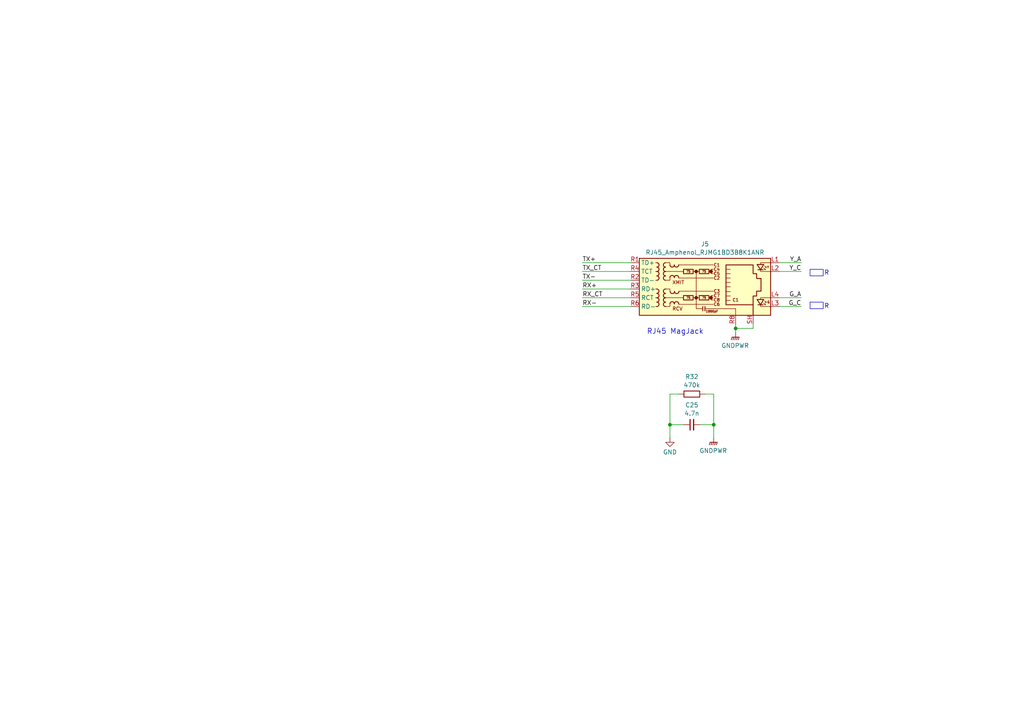
<source format=kicad_sch>
(kicad_sch (version 20231120) (generator "eeschema") (generator_version "8.0")
  (paper "A4")
  (lib_symbols
    (symbol "Connector:RJ45_Amphenol_RJMG1BD3B8K1ANR"
      (property "Reference" "J" (at 18.415 10.16 0))
      (property "Value" "RJ45_Amphenol_RJMG1BD3B8K1ANR" (at -19.05 10.16 0))
      (symbol "RJ45_Amphenol_RJMG1BD3B8K1ANR_0_0"
        (circle (center -1.27 -2.54) (radius 0.0001) (stroke (width 0.508)))
        (circle (center -1.27 5.08) (radius 0.0001) (stroke (width 0.508)))
        (polyline (pts (xy -1.27 5.08) (xy -1.27 -5.715)))
        (polyline (pts (xy 0.635 -5.08) (xy 0.635 -6.35)) (stroke (width 0.254)))
        (polyline (pts (xy 1.27 -5.08) (xy 1.27 -6.35)) (stroke (width 0.254)))
        (polyline (pts (xy 3.048 -2.54) (xy 2.54 -2.54)))
        (polyline (pts (xy 3.048 5.08) (xy 2.54 5.08)))
        (polyline (pts (xy 17.399 -3.048) (xy 17.399 -2.54) (xy 20.32 -2.54)))
        (polyline (pts (xy 17.399 7.112) (xy 17.399 7.62) (xy 20.32 7.62)))
        (polyline (pts (xy 20.32 -5.08) (xy 17.399 -5.08) (xy 17.399 -4.572)))
        (polyline (pts (xy 20.32 5.08) (xy 17.399 5.08) (xy 17.399 5.588)))
        (polyline (pts (xy 3.683 -1.905) (xy 3.048 -1.905) (xy 3.048 -3.175) (xy 3.683 -3.175)))
        (polyline (pts (xy 3.683 5.715) (xy 3.048 5.715) (xy 3.048 4.445) (xy 3.683 4.445)))
        (circle (center 3.048 -2.54) (radius 0.0001) (stroke (width 0.508)))
        (circle (center 3.048 5.08) (radius 0.0001) (stroke (width 0.508)))
        (text "C1" (at 4.699 6.985 0) (effects (font (size 0.889 0.889))))
        (text "C1" (at 10.16 -3.175 0) (effects (font (size 0.889 0.889))))
        (text "C2" (at 4.699 3.175 0) (effects (font (size 0.889 0.889))))
        (text "C3" (at 4.699 -0.635 0) (effects (font (size 0.889 0.889))))
        (text "C4" (at 4.699 5.715 0) (effects (font (size 0.889 0.889))))
        (text "C5" (at 4.699 4.445 0) (effects (font (size 0.889 0.889))))
        (text "C6" (at 4.699 -4.445 0) (effects (font (size 0.889 0.889))))
        (text "C7" (at 4.699 -1.905 0) (effects (font (size 0.889 0.889))))
        (text "C8" (at 4.699 -3.175 0) (effects (font (size 0.889 0.889))))
        (text "RCV" (at -8.255 -5.715 0) (effects (font (size 1.016 1.016)) (justify left)))
        (text "XMIT" (at -8.255 1.905 0) (effects (font (size 1.016 1.016)) (justify left)))
      )
      (symbol "RJ45_Amphenol_RJMG1BD3B8K1ANR_0_1"
        (rectangle (start -17.78 8.89) (end 20.32 -7.62) (stroke (width 0.254)) (fill (type background)))
        (polyline (pts (xy -12.7 -5.08) (xy -13.081 -5.08)))
        (polyline (pts (xy -12.7 -2.54) (xy -13.081 -2.54)))
        (polyline (pts (xy -12.7 0) (xy -13.081 0)))
        (polyline (pts (xy -12.7 2.54) (xy -13.081 2.54)))
        (polyline (pts (xy -12.7 5.08) (xy -13.081 5.08)))
        (polyline (pts (xy -12.7 7.62) (xy -13.081 7.62)))
        (polyline (pts (xy -6.35 -4.445) (xy 3.683 -4.445)))
        (polyline (pts (xy -6.35 3.175) (xy 3.683 3.175)))
        (polyline (pts (xy -6.35 6.985) (xy 3.683 6.985)))
        (polyline (pts (xy -6.223 -0.635) (xy 3.683 -0.635)))
        (polyline (pts (xy -5.08 -2.54) (xy -10.16 -2.54)))
        (polyline (pts (xy -4.953 5.08) (xy -10.16 5.08)))
        (polyline (pts (xy -2.159 -2.54) (xy -0.381 -2.54)))
        (polyline (pts (xy -2.159 5.08) (xy -0.381 5.08)))
        (polyline (pts (xy 0.635 -5.715) (xy -1.27 -5.715)))
        (polyline (pts (xy 7.366 -2.032) (xy 8.636 -2.032)))
        (polyline (pts (xy 7.366 -0.762) (xy 8.636 -0.762)))
        (polyline (pts (xy 7.366 0.635) (xy 8.636 0.635)))
        (polyline (pts (xy 7.366 1.905) (xy 8.636 1.905)))
        (polyline (pts (xy 7.366 3.175) (xy 8.636 3.175)))
        (polyline (pts (xy 8.636 -3.302) (xy 7.366 -3.302)))
        (polyline (pts (xy 8.636 4.445) (xy 7.366 4.445)))
        (polyline (pts (xy 8.636 5.715) (xy 7.366 5.715)))
        (polyline (pts (xy 10.16 -5.715) (xy 1.27 -5.715)))
        (polyline (pts (xy 10.16 -5.715) (xy 10.16 -7.62)))
        (polyline (pts (xy -10.16 0) (xy -8.89 0) (xy -8.89 -0.635)))
        (polyline (pts (xy -10.16 7.62) (xy -8.89 7.62) (xy -8.89 6.985)))
        (polyline (pts (xy -8.89 -4.445) (xy -8.89 -5.08) (xy -10.16 -5.08)))
        (polyline (pts (xy -8.89 3.175) (xy -8.89 2.54) (xy -10.16 2.54)))
      )
      (symbol "RJ45_Amphenol_RJMG1BD3B8K1ANR_1_0"
        (text "1000pF" (at 3.302 -6.477 0) (effects (font (size 0.635 0.635))))
      )
      (symbol "RJ45_Amphenol_RJMG1BD3B8K1ANR_1_1"
        (arc (start -12.7 -1.27) (mid -12.0677 -0.635) (end -12.7 0) (stroke (width 0.254)))
        (arc (start -12.6973 -5.08) (mid -12.065 -4.445) (end -12.6973 -3.81) (stroke (width 0.254)))
        (arc (start -12.6973 -3.81) (mid -12.065 -3.175) (end -12.6973 -2.54) (stroke (width 0.254)))
        (arc (start -12.6973 -2.54) (mid -12.065 -1.905) (end -12.6973 -1.27) (stroke (width 0.254)))
        (arc (start -12.6973 6.35) (mid -12.065 6.985) (end -12.6973 7.62) (stroke (width 0.254)))
        (arc (start -12.6946 2.54) (mid -12.0623 3.175) (end -12.6946 3.81) (stroke (width 0.254)))
        (arc (start -12.6946 3.81) (mid -12.0623 4.445) (end -12.6946 5.08) (stroke (width 0.254)))
        (arc (start -12.6946 5.08) (mid -12.0623 5.715) (end -12.6946 6.35) (stroke (width 0.254)))
        (arc (start -10.1654 -2.54) (mid -10.7977 -3.175) (end -10.1654 -3.81) (stroke (width 0.254)))
        (arc (start -10.1654 -1.27) (mid -10.7977 -1.905) (end -10.1654 -2.54) (stroke (width 0.254)))
        (arc (start -10.1654 0) (mid -10.7977 -0.635) (end -10.1654 -1.27) (stroke (width 0.254)))
        (arc (start -10.1654 5.08) (mid -10.7977 4.445) (end -10.1654 3.81) (stroke (width 0.254)))
        (arc (start -10.1654 6.35) (mid -10.7977 5.715) (end -10.1654 5.08) (stroke (width 0.254)))
        (arc (start -10.1654 7.62) (mid -10.7977 6.985) (end -10.1654 6.35) (stroke (width 0.254)))
        (arc (start -10.1627 -3.81) (mid -10.795 -4.445) (end -10.1627 -5.08) (stroke (width 0.254)))
        (arc (start -10.1627 3.81) (mid -10.795 3.175) (end -10.1627 2.54) (stroke (width 0.254)))
        (arc (start -8.89 6.9823) (mid -8.255 6.35) (end -7.62 6.9823) (stroke (width 0.254)))
        (arc (start -8.8265 -0.7012) (mid -8.1915 -1.3335) (end -7.5565 -0.7012) (stroke (width 0.254)))
        (arc (start -7.62 -4.3153) (mid -8.255 -3.683) (end -8.89 -4.3153) (stroke (width 0.254)))
        (arc (start -7.62 3.3047) (mid -8.255 3.937) (end -8.89 3.3047) (stroke (width 0.254)))
        (arc (start -7.62 6.985) (mid -6.985 6.3527) (end -6.35 6.985) (stroke (width 0.254)))
        (arc (start -7.5565 -0.6985) (mid -6.9215 -1.3308) (end -6.2865 -0.6985) (stroke (width 0.254)))
        (arc (start -6.35 -4.3126) (mid -6.985 -3.6803) (end -7.62 -4.3126) (stroke (width 0.254)))
        (arc (start -6.35 3.3074) (mid -6.985 3.9397) (end -7.62 3.3074) (stroke (width 0.254)))
        (rectangle (start -4.953 -1.905) (end -2.159 -3.175) (stroke (width 0.254)))
        (rectangle (start -4.953 5.715) (end -2.159 4.445) (stroke (width 0.254)))
        (rectangle (start -0.381 -1.905) (end 2.413 -3.175) (stroke (width 0.254)))
        (rectangle (start -0.381 5.715) (end 2.413 4.445) (stroke (width 0.254)))
        (polyline (pts (xy 15.24 -7.62) (xy 15.24 -4.572)) (stroke (width 0.254)))
        (polyline (pts (xy 18.161 -4.572) (xy 16.637 -4.572)) (stroke (width 0.254)))
        (polyline (pts (xy 18.161 5.588) (xy 16.637 5.588)) (stroke (width 0.254)))
        (polyline (pts (xy 18.796 -4.572) (xy 18.796 -4.318)))
        (polyline (pts (xy 18.796 5.588) (xy 18.796 5.842)))
        (polyline (pts (xy 19.05 -3.937) (xy 19.05 -3.683)))
        (polyline (pts (xy 19.05 6.223) (xy 19.05 6.477)))
        (polyline (pts (xy 18.288 -4.064) (xy 18.796 -4.572) (xy 18.542 -4.572)))
        (polyline (pts (xy 18.288 6.096) (xy 18.796 5.588) (xy 18.542 5.588)))
        (polyline (pts (xy 18.542 -3.429) (xy 19.05 -3.937) (xy 18.796 -3.937)))
        (polyline (pts (xy 18.542 6.731) (xy 19.05 6.223) (xy 18.796 6.223)))
        (polyline (pts (xy 18.288 -3.048) (xy 16.383 -3.048) (xy 17.399 -4.572) (xy 18.288 -3.048)) (stroke (width 0.254)))
        (polyline (pts (xy 18.288 7.112) (xy 16.383 7.112) (xy 17.399 5.588) (xy 18.288 7.112)) (stroke (width 0.254)))
        (polyline (pts (xy 7.366 -4.572) (xy 7.366 6.985) (xy 15.24 6.985) (xy 15.24 4.445) (xy 16.256 4.445) (xy 16.256 3.048) (xy 17.526 3.048) (xy 17.526 -0.635) (xy 16.256 -0.635) (xy 16.256 -2.032) (xy 15.24 -2.032) (xy 15.24 -4.572) (xy 7.366 -4.572)) (stroke (width 0.254)))
        (text "75" (at -3.556 -2.54 0) (effects (font (size 0.635 0.635))))
        (text "75" (at -3.556 5.08 0) (effects (font (size 0.635 0.635))))
        (text "75" (at 1.016 -2.54 0) (effects (font (size 0.635 0.635))))
        (text "75" (at 1.016 5.08 0) (effects (font (size 0.635 0.635))))
        (text "G" (at 19.685 -3.81 0) (effects (font (size 0.635 0.635))))
        (text "Y" (at 19.558 6.35 0) (effects (font (size 0.635 0.635))))
        (pin passive line (at 22.86 7.62 180) (length 2.54) (name "") (number "L1"))
        (pin passive line (at 22.86 5.08 180) (length 2.54) (name "") (number "L2"))
        (pin passive line (at 22.86 -5.08 180) (length 2.54) (name "") (number "L3"))
        (pin passive line (at 22.86 -2.54 180) (length 2.54) (name "") (number "L4"))
        (pin passive line (at -20.32 7.62 0) (length 2.54) (name "TD+") (number "R1"))
        (pin passive line (at -20.32 2.54 0) (length 2.54) (name "TD-") (number "R2"))
        (pin passive line (at -20.32 0 0) (length 2.54) (name "RD+") (number "R3"))
        (pin passive line (at -20.32 5.08 0) (length 2.54) (name "TCT") (number "R4"))
        (pin passive line (at -20.32 -2.54 0) (length 2.54) (name "RCT") (number "R5"))
        (pin passive line (at -20.32 -5.08 0) (length 2.54) (name "RD-") (number "R6"))
        (pin no_connect line (at 20.32 0 0) (length 0) hide (name "NC") (number "R7"))
        (pin power_in line (at 10.16 -10.16 90) (length 2.54) (name "") (number "R8"))
        (pin passive line (at 15.24 -10.16 90) (length 2.54) (name "") (number "SH"))
      )
    )
    (symbol "Device:C_Small" (pin_numbers hide) (pin_names (offset 0.254) hide)
      (property "Reference" "C" (at 0.254 1.778 0))
      (property "Value" "C_Small" (at 0.254 -2.032 0))
      (symbol "C_Small_0_1"
        (polyline (pts (xy -1.524 -0.508) (xy 1.524 -0.508)) (stroke (width 0.3302)))
        (polyline (pts (xy -1.524 0.508) (xy 1.524 0.508)) (stroke (width 0.3048)))
      )
      (symbol "C_Small_1_1"
        (pin passive line (at 0 2.54 270) (length 2.032) (name "~") (number "1"))
        (pin passive line (at 0 -2.54 90) (length 2.032) (name "~") (number "2"))
      )
    )
    (symbol "PCM_SL_Resistors:470k"
      (property "Reference" "R" (at 0 5.08 0))
      (property "Value" "470k" (at 0 2.54 0))
      (symbol "470k_0_1"
        (rectangle (start -2.286 0.889) (end 2.286 -0.889) (stroke (width 0.24)))
      )
      (symbol "470k_1_1"
        (pin passive line (at -3.81 0 0) (length 1.5) (name "") (number "1"))
        (pin passive line (at 3.81 0 180) (length 1.5) (name "~") (number "2"))
      )
    )
    (symbol "power:GND" (power) (pin_numbers hide) (pin_names (offset 0) hide)
      (property "Value" "GND" (at 0 -3.81 0))
      (symbol "GND_0_1"
        (polyline (pts (xy 0 0) (xy 0 -1.27) (xy 1.27 -1.27) (xy 0 -2.54) (xy -1.27 -1.27) (xy 0 -1.27)))
      )
      (symbol "GND_1_1"
        (pin power_in line (at 0 0 270) (length 0) (name "~") (number "1"))
      )
    )
    (symbol "power:GNDPWR" (power) (pin_numbers hide) (pin_names (offset 0) hide)
      (property "Value" "GNDPWR" (at 0 -3.302 0))
      (symbol "GNDPWR_0_1"
        (polyline (pts (xy 0 -1.27) (xy 0 0)))
        (polyline (pts (xy -1.016 -1.27) (xy -1.27 -2.032) (xy -1.27 -2.032)) (stroke (width 0.2032)))
        (polyline (pts (xy -0.508 -1.27) (xy -0.762 -2.032) (xy -0.762 -2.032)) (stroke (width 0.2032)))
        (polyline (pts (xy 0 -1.27) (xy -0.254 -2.032) (xy -0.254 -2.032)) (stroke (width 0.2032)))
        (polyline (pts (xy 0.508 -1.27) (xy 0.254 -2.032) (xy 0.254 -2.032)) (stroke (width 0.2032)))
        (polyline (pts (xy 1.016 -1.27) (xy -1.016 -1.27) (xy -1.016 -1.27)) (stroke (width 0.2032)))
        (polyline (pts (xy 1.016 -1.27) (xy 0.762 -2.032) (xy 0.762 -2.032) (xy 0.762 -2.032)) (stroke (width 0.2032)))
      )
      (symbol "GNDPWR_1_1"
        (pin power_in line (at 0 0 270) (length 0) (name "~") (number "1"))
      )
    )
  )
  (junction (at 207.01 123.19))
  (junction (at 213.36 95.25))
  (junction (at 194.31 123.19))
  (wire (pts (xy 226.06 76.2) (xy 232.41 76.2)))
  (wire (pts (xy 168.91 76.2) (xy 182.88 76.2)))
  (wire (pts (xy 168.91 81.28) (xy 182.88 81.28)))
  (wire (pts (xy 207.01 114.3) (xy 204.47 114.3)))
  (wire (pts (xy 194.31 123.19) (xy 194.31 127)))
  (wire (pts (xy 168.91 88.9) (xy 182.88 88.9)))
  (wire (pts (xy 168.91 86.36) (xy 182.88 86.36)))
  (wire (pts (xy 194.31 123.19) (xy 198.12 123.19)))
  (wire (pts (xy 226.06 78.74) (xy 232.41 78.74)))
  (wire (pts (xy 168.91 83.82) (xy 182.88 83.82)))
  (wire (pts (xy 226.06 88.9) (xy 232.41 88.9)))
  (wire (pts (xy 213.36 95.25) (xy 218.44 95.25)))
  (wire (pts (xy 194.31 114.3) (xy 194.31 123.19)))
  (wire (pts (xy 203.2 123.19) (xy 207.01 123.19)))
  (wire (pts (xy 213.36 96.52) (xy 213.36 95.25)))
  (wire (pts (xy 168.91 78.74) (xy 182.88 78.74)))
  (wire (pts (xy 196.85 114.3) (xy 194.31 114.3)))
  (wire (pts (xy 207.01 123.19) (xy 207.01 114.3)))
  (wire (pts (xy 226.06 86.36) (xy 232.41 86.36)))
  (wire (pts (xy 218.44 95.25) (xy 218.44 93.98)))
  (wire (pts (xy 213.36 95.25) (xy 213.36 93.98)))
  (wire (pts (xy 207.01 127) (xy 207.01 123.19)))
  (rectangle (start 234.95 78.105) (end 238.76 80.01))
  (rectangle (start 234.95 87.63) (end 238.76 89.535))
  (text "RJ45 MagJack" (at 195.834 96.266 0) (effects (font (size 1.524 1.524))))
  (text "R" (at 239.776 88.9 0) (effects (font (size 1.27 1.27))))
  (text "R" (at 239.776 79.248 0) (effects (font (size 1.27 1.27))))
  (label "TX-" (at 168.91 81.28 0))
  (label "RX-" (at 168.91 88.9 0))
  (label "Y_A" (at 232.41 76.2 180))
  (label "Y_C" (at 232.41 78.74 180))
  (label "RX_CT" (at 168.91 86.36 0))
  (label "TX_CT" (at 168.91 78.74 0))
  (label "TX+" (at 168.91 76.2 0))
  (label "G_A" (at 232.41 86.36 180))
  (label "G_C" (at 232.41 88.9 180))
  (label "RX+" (at 168.91 83.82 0))
  (symbol (lib_id "Connector:RJ45_Amphenol_RJMG1BD3B8K1ANR") (at 203.2 83.82 0) (unit 1)
    (property "Reference" "J5" (at 204.47 70.7855 0))
    (property "Value" "RJ45_Amphenol_RJMG1BD3B8K1ANR" (at 204.47 73.2098 0))
    (property "Footprint" "Connector_RJ:RJ45_Amphenol_RJMG1BD3B8K1ANR" (effects (hide yes)))
    (property "Datasheet" "https://www.amphenol-cs.com/media/wysiwyg/files/drawing/rjmg1bd3b8k1anr.pdf" (effects (hide yes)))
    (property "Description" "1 Port RJ45 Magjack Connector Through Hole 10/100 Base-T, AutoMDIX" (effects (hide yes)))
  )
  (symbol (lib_id "Device:C_Small") (at 200.66 123.19 90) (unit 1)
    (property "Reference" "C25" (at 200.6663 117.4834 90))
    (property "Value" "4.7n" (at 200.6663 119.9077 90))
    (property "Description" "Unpolarized capacitor, small symbol" (effects (hide yes)))
  )
  (symbol (lib_id "power:GND") (at 194.31 127 0) (unit 1)
    (property "Reference" "#PWR082" (effects (hide yes)))
    (property "Value" "GND" (at 194.31 131.1331 0))
    (property "Description" "Power symbol creates a global label with name \"GND\" , ground" (effects (hide yes)))
  )
  (symbol (lib_id "power:GNDPWR") (at 207.01 127 0) (unit 1)
    (property "Reference" "#PWR083" (effects (hide yes)))
    (property "Value" "GNDPWR" (at 206.883 130.7267 0))
    (property "Description" "Power symbol creates a global label with name \"GNDPWR\" , global ground" (effects (hide yes)))
  )
  (symbol (lib_id "power:GNDPWR") (at 213.36 96.52 0) (unit 1)
    (property "Reference" "#PWR081" (effects (hide yes)))
    (property "Value" "GNDPWR" (at 213.233 100.2467 0))
    (property "Description" "Power symbol creates a global label with name \"GNDPWR\" , global ground" (effects (hide yes)))
  )
  (symbol (lib_id "PCM_SL_Resistors:470k") (at 200.66 114.3 0) (unit 1)
    (property "Reference" "R32" (at 200.66 109.2735 0))
    (property "Value" "470k" (at 200.66 111.6978 0))
    (property "Footprint" "Resistor_THT:R_Axial_DIN0207_L6.3mm_D2.5mm_P10.16mm_Horizontal" (effects (hide yes)))
    (property "Description" "470kΩ, 1/4W Resistor" (effects (hide yes)))
  )
)
</source>
